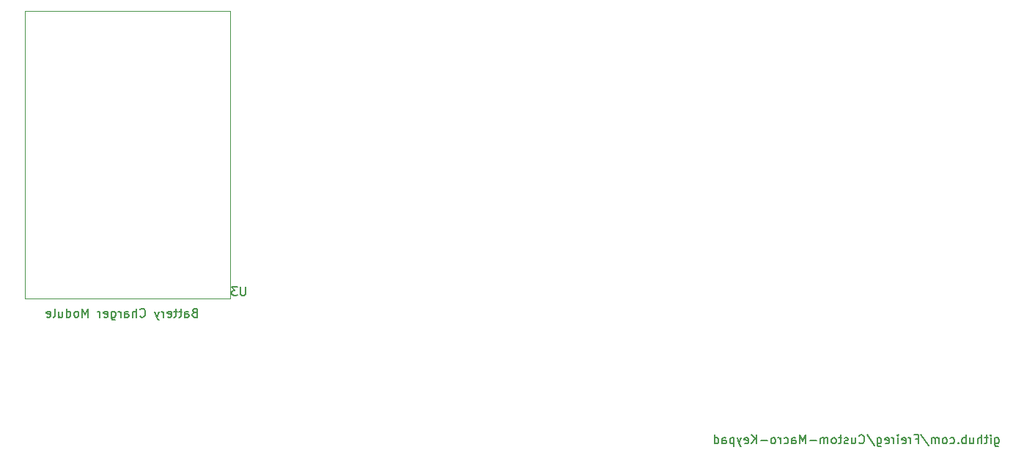
<source format=gbr>
%TF.GenerationSoftware,KiCad,Pcbnew,6.0.2+dfsg-1*%
%TF.CreationDate,2022-08-02T12:17:45-03:00*%
%TF.ProjectId,Nano-keyboard,4e616e6f-2d6b-4657-9962-6f6172642e6b,rev?*%
%TF.SameCoordinates,Original*%
%TF.FileFunction,Legend,Bot*%
%TF.FilePolarity,Positive*%
%FSLAX46Y46*%
G04 Gerber Fmt 4.6, Leading zero omitted, Abs format (unit mm)*
G04 Created by KiCad (PCBNEW 6.0.2+dfsg-1) date 2022-08-02 12:17:45*
%MOMM*%
%LPD*%
G01*
G04 APERTURE LIST*
%ADD10C,0.150000*%
%ADD11C,0.120000*%
G04 APERTURE END LIST*
D10*
X179044190Y-138977714D02*
X179044190Y-139787238D01*
X179091809Y-139882476D01*
X179139428Y-139930095D01*
X179234666Y-139977714D01*
X179377523Y-139977714D01*
X179472761Y-139930095D01*
X179044190Y-139596761D02*
X179139428Y-139644380D01*
X179329904Y-139644380D01*
X179425142Y-139596761D01*
X179472761Y-139549142D01*
X179520380Y-139453904D01*
X179520380Y-139168190D01*
X179472761Y-139072952D01*
X179425142Y-139025333D01*
X179329904Y-138977714D01*
X179139428Y-138977714D01*
X179044190Y-139025333D01*
X178568000Y-139644380D02*
X178568000Y-138977714D01*
X178568000Y-138644380D02*
X178615619Y-138692000D01*
X178568000Y-138739619D01*
X178520380Y-138692000D01*
X178568000Y-138644380D01*
X178568000Y-138739619D01*
X178234666Y-138977714D02*
X177853714Y-138977714D01*
X178091809Y-138644380D02*
X178091809Y-139501523D01*
X178044190Y-139596761D01*
X177948952Y-139644380D01*
X177853714Y-139644380D01*
X177520380Y-139644380D02*
X177520380Y-138644380D01*
X177091809Y-139644380D02*
X177091809Y-139120571D01*
X177139428Y-139025333D01*
X177234666Y-138977714D01*
X177377523Y-138977714D01*
X177472761Y-139025333D01*
X177520380Y-139072952D01*
X176187047Y-138977714D02*
X176187047Y-139644380D01*
X176615619Y-138977714D02*
X176615619Y-139501523D01*
X176568000Y-139596761D01*
X176472761Y-139644380D01*
X176329904Y-139644380D01*
X176234666Y-139596761D01*
X176187047Y-139549142D01*
X175710857Y-139644380D02*
X175710857Y-138644380D01*
X175710857Y-139025333D02*
X175615619Y-138977714D01*
X175425142Y-138977714D01*
X175329904Y-139025333D01*
X175282285Y-139072952D01*
X175234666Y-139168190D01*
X175234666Y-139453904D01*
X175282285Y-139549142D01*
X175329904Y-139596761D01*
X175425142Y-139644380D01*
X175615619Y-139644380D01*
X175710857Y-139596761D01*
X174806095Y-139549142D02*
X174758476Y-139596761D01*
X174806095Y-139644380D01*
X174853714Y-139596761D01*
X174806095Y-139549142D01*
X174806095Y-139644380D01*
X173901333Y-139596761D02*
X173996571Y-139644380D01*
X174187047Y-139644380D01*
X174282285Y-139596761D01*
X174329904Y-139549142D01*
X174377523Y-139453904D01*
X174377523Y-139168190D01*
X174329904Y-139072952D01*
X174282285Y-139025333D01*
X174187047Y-138977714D01*
X173996571Y-138977714D01*
X173901333Y-139025333D01*
X173329904Y-139644380D02*
X173425142Y-139596761D01*
X173472761Y-139549142D01*
X173520380Y-139453904D01*
X173520380Y-139168190D01*
X173472761Y-139072952D01*
X173425142Y-139025333D01*
X173329904Y-138977714D01*
X173187047Y-138977714D01*
X173091809Y-139025333D01*
X173044190Y-139072952D01*
X172996571Y-139168190D01*
X172996571Y-139453904D01*
X173044190Y-139549142D01*
X173091809Y-139596761D01*
X173187047Y-139644380D01*
X173329904Y-139644380D01*
X172568000Y-139644380D02*
X172568000Y-138977714D01*
X172568000Y-139072952D02*
X172520380Y-139025333D01*
X172425142Y-138977714D01*
X172282285Y-138977714D01*
X172187047Y-139025333D01*
X172139428Y-139120571D01*
X172139428Y-139644380D01*
X172139428Y-139120571D02*
X172091809Y-139025333D01*
X171996571Y-138977714D01*
X171853714Y-138977714D01*
X171758476Y-139025333D01*
X171710857Y-139120571D01*
X171710857Y-139644380D01*
X170520380Y-138596761D02*
X171377523Y-139882476D01*
X169853714Y-139120571D02*
X170187047Y-139120571D01*
X170187047Y-139644380D02*
X170187047Y-138644380D01*
X169710857Y-138644380D01*
X169329904Y-139644380D02*
X169329904Y-138977714D01*
X169329904Y-139168190D02*
X169282285Y-139072952D01*
X169234666Y-139025333D01*
X169139428Y-138977714D01*
X169044190Y-138977714D01*
X168329904Y-139596761D02*
X168425142Y-139644380D01*
X168615619Y-139644380D01*
X168710857Y-139596761D01*
X168758476Y-139501523D01*
X168758476Y-139120571D01*
X168710857Y-139025333D01*
X168615619Y-138977714D01*
X168425142Y-138977714D01*
X168329904Y-139025333D01*
X168282285Y-139120571D01*
X168282285Y-139215809D01*
X168758476Y-139311047D01*
X167853714Y-139644380D02*
X167853714Y-138977714D01*
X167853714Y-138644380D02*
X167901333Y-138692000D01*
X167853714Y-138739619D01*
X167806095Y-138692000D01*
X167853714Y-138644380D01*
X167853714Y-138739619D01*
X167377523Y-139644380D02*
X167377523Y-138977714D01*
X167377523Y-139168190D02*
X167329904Y-139072952D01*
X167282285Y-139025333D01*
X167187047Y-138977714D01*
X167091809Y-138977714D01*
X166377523Y-139596761D02*
X166472761Y-139644380D01*
X166663238Y-139644380D01*
X166758476Y-139596761D01*
X166806095Y-139501523D01*
X166806095Y-139120571D01*
X166758476Y-139025333D01*
X166663238Y-138977714D01*
X166472761Y-138977714D01*
X166377523Y-139025333D01*
X166329904Y-139120571D01*
X166329904Y-139215809D01*
X166806095Y-139311047D01*
X165472761Y-138977714D02*
X165472761Y-139787238D01*
X165520380Y-139882476D01*
X165568000Y-139930095D01*
X165663238Y-139977714D01*
X165806095Y-139977714D01*
X165901333Y-139930095D01*
X165472761Y-139596761D02*
X165568000Y-139644380D01*
X165758476Y-139644380D01*
X165853714Y-139596761D01*
X165901333Y-139549142D01*
X165948952Y-139453904D01*
X165948952Y-139168190D01*
X165901333Y-139072952D01*
X165853714Y-139025333D01*
X165758476Y-138977714D01*
X165568000Y-138977714D01*
X165472761Y-139025333D01*
X164282285Y-138596761D02*
X165139428Y-139882476D01*
X163377523Y-139549142D02*
X163425142Y-139596761D01*
X163568000Y-139644380D01*
X163663238Y-139644380D01*
X163806095Y-139596761D01*
X163901333Y-139501523D01*
X163948952Y-139406285D01*
X163996571Y-139215809D01*
X163996571Y-139072952D01*
X163948952Y-138882476D01*
X163901333Y-138787238D01*
X163806095Y-138692000D01*
X163663238Y-138644380D01*
X163568000Y-138644380D01*
X163425142Y-138692000D01*
X163377523Y-138739619D01*
X162520380Y-138977714D02*
X162520380Y-139644380D01*
X162948952Y-138977714D02*
X162948952Y-139501523D01*
X162901333Y-139596761D01*
X162806095Y-139644380D01*
X162663238Y-139644380D01*
X162568000Y-139596761D01*
X162520380Y-139549142D01*
X162091809Y-139596761D02*
X161996571Y-139644380D01*
X161806095Y-139644380D01*
X161710857Y-139596761D01*
X161663238Y-139501523D01*
X161663238Y-139453904D01*
X161710857Y-139358666D01*
X161806095Y-139311047D01*
X161948952Y-139311047D01*
X162044190Y-139263428D01*
X162091809Y-139168190D01*
X162091809Y-139120571D01*
X162044190Y-139025333D01*
X161948952Y-138977714D01*
X161806095Y-138977714D01*
X161710857Y-139025333D01*
X161377523Y-138977714D02*
X160996571Y-138977714D01*
X161234666Y-138644380D02*
X161234666Y-139501523D01*
X161187047Y-139596761D01*
X161091809Y-139644380D01*
X160996571Y-139644380D01*
X160520380Y-139644380D02*
X160615619Y-139596761D01*
X160663238Y-139549142D01*
X160710857Y-139453904D01*
X160710857Y-139168190D01*
X160663238Y-139072952D01*
X160615619Y-139025333D01*
X160520380Y-138977714D01*
X160377523Y-138977714D01*
X160282285Y-139025333D01*
X160234666Y-139072952D01*
X160187047Y-139168190D01*
X160187047Y-139453904D01*
X160234666Y-139549142D01*
X160282285Y-139596761D01*
X160377523Y-139644380D01*
X160520380Y-139644380D01*
X159758476Y-139644380D02*
X159758476Y-138977714D01*
X159758476Y-139072952D02*
X159710857Y-139025333D01*
X159615619Y-138977714D01*
X159472761Y-138977714D01*
X159377523Y-139025333D01*
X159329904Y-139120571D01*
X159329904Y-139644380D01*
X159329904Y-139120571D02*
X159282285Y-139025333D01*
X159187047Y-138977714D01*
X159044190Y-138977714D01*
X158948952Y-139025333D01*
X158901333Y-139120571D01*
X158901333Y-139644380D01*
X158425142Y-139263428D02*
X157663238Y-139263428D01*
X157187047Y-139644380D02*
X157187047Y-138644380D01*
X156853714Y-139358666D01*
X156520380Y-138644380D01*
X156520380Y-139644380D01*
X155615619Y-139644380D02*
X155615619Y-139120571D01*
X155663238Y-139025333D01*
X155758476Y-138977714D01*
X155948952Y-138977714D01*
X156044190Y-139025333D01*
X155615619Y-139596761D02*
X155710857Y-139644380D01*
X155948952Y-139644380D01*
X156044190Y-139596761D01*
X156091809Y-139501523D01*
X156091809Y-139406285D01*
X156044190Y-139311047D01*
X155948952Y-139263428D01*
X155710857Y-139263428D01*
X155615619Y-139215809D01*
X154710857Y-139596761D02*
X154806095Y-139644380D01*
X154996571Y-139644380D01*
X155091809Y-139596761D01*
X155139428Y-139549142D01*
X155187047Y-139453904D01*
X155187047Y-139168190D01*
X155139428Y-139072952D01*
X155091809Y-139025333D01*
X154996571Y-138977714D01*
X154806095Y-138977714D01*
X154710857Y-139025333D01*
X154282285Y-139644380D02*
X154282285Y-138977714D01*
X154282285Y-139168190D02*
X154234666Y-139072952D01*
X154187047Y-139025333D01*
X154091809Y-138977714D01*
X153996571Y-138977714D01*
X153520380Y-139644380D02*
X153615619Y-139596761D01*
X153663238Y-139549142D01*
X153710857Y-139453904D01*
X153710857Y-139168190D01*
X153663238Y-139072952D01*
X153615619Y-139025333D01*
X153520380Y-138977714D01*
X153377523Y-138977714D01*
X153282285Y-139025333D01*
X153234666Y-139072952D01*
X153187047Y-139168190D01*
X153187047Y-139453904D01*
X153234666Y-139549142D01*
X153282285Y-139596761D01*
X153377523Y-139644380D01*
X153520380Y-139644380D01*
X152758476Y-139263428D02*
X151996571Y-139263428D01*
X151520380Y-139644380D02*
X151520380Y-138644380D01*
X150948952Y-139644380D02*
X151377523Y-139072952D01*
X150948952Y-138644380D02*
X151520380Y-139215809D01*
X150139428Y-139596761D02*
X150234666Y-139644380D01*
X150425142Y-139644380D01*
X150520380Y-139596761D01*
X150568000Y-139501523D01*
X150568000Y-139120571D01*
X150520380Y-139025333D01*
X150425142Y-138977714D01*
X150234666Y-138977714D01*
X150139428Y-139025333D01*
X150091809Y-139120571D01*
X150091809Y-139215809D01*
X150568000Y-139311047D01*
X149758476Y-138977714D02*
X149520380Y-139644380D01*
X149282285Y-138977714D02*
X149520380Y-139644380D01*
X149615619Y-139882476D01*
X149663238Y-139930095D01*
X149758476Y-139977714D01*
X148901333Y-138977714D02*
X148901333Y-139977714D01*
X148901333Y-139025333D02*
X148806095Y-138977714D01*
X148615619Y-138977714D01*
X148520380Y-139025333D01*
X148472761Y-139072952D01*
X148425142Y-139168190D01*
X148425142Y-139453904D01*
X148472761Y-139549142D01*
X148520380Y-139596761D01*
X148615619Y-139644380D01*
X148806095Y-139644380D01*
X148901333Y-139596761D01*
X147568000Y-139644380D02*
X147568000Y-139120571D01*
X147615619Y-139025333D01*
X147710857Y-138977714D01*
X147901333Y-138977714D01*
X147996571Y-139025333D01*
X147568000Y-139596761D02*
X147663238Y-139644380D01*
X147901333Y-139644380D01*
X147996571Y-139596761D01*
X148044190Y-139501523D01*
X148044190Y-139406285D01*
X147996571Y-139311047D01*
X147901333Y-139263428D01*
X147663238Y-139263428D01*
X147568000Y-139215809D01*
X146663238Y-139644380D02*
X146663238Y-138644380D01*
X146663238Y-139596761D02*
X146758476Y-139644380D01*
X146948952Y-139644380D01*
X147044190Y-139596761D01*
X147091809Y-139549142D01*
X147139428Y-139453904D01*
X147139428Y-139168190D01*
X147091809Y-139072952D01*
X147044190Y-139025333D01*
X146948952Y-138977714D01*
X146758476Y-138977714D01*
X146663238Y-139025333D01*
X86593142Y-124496571D02*
X86450285Y-124544190D01*
X86402666Y-124591809D01*
X86355047Y-124687047D01*
X86355047Y-124829904D01*
X86402666Y-124925142D01*
X86450285Y-124972761D01*
X86545523Y-125020380D01*
X86926476Y-125020380D01*
X86926476Y-124020380D01*
X86593142Y-124020380D01*
X86497904Y-124068000D01*
X86450285Y-124115619D01*
X86402666Y-124210857D01*
X86402666Y-124306095D01*
X86450285Y-124401333D01*
X86497904Y-124448952D01*
X86593142Y-124496571D01*
X86926476Y-124496571D01*
X85497904Y-125020380D02*
X85497904Y-124496571D01*
X85545523Y-124401333D01*
X85640761Y-124353714D01*
X85831238Y-124353714D01*
X85926476Y-124401333D01*
X85497904Y-124972761D02*
X85593142Y-125020380D01*
X85831238Y-125020380D01*
X85926476Y-124972761D01*
X85974095Y-124877523D01*
X85974095Y-124782285D01*
X85926476Y-124687047D01*
X85831238Y-124639428D01*
X85593142Y-124639428D01*
X85497904Y-124591809D01*
X85164571Y-124353714D02*
X84783619Y-124353714D01*
X85021714Y-124020380D02*
X85021714Y-124877523D01*
X84974095Y-124972761D01*
X84878857Y-125020380D01*
X84783619Y-125020380D01*
X84593142Y-124353714D02*
X84212190Y-124353714D01*
X84450285Y-124020380D02*
X84450285Y-124877523D01*
X84402666Y-124972761D01*
X84307428Y-125020380D01*
X84212190Y-125020380D01*
X83497904Y-124972761D02*
X83593142Y-125020380D01*
X83783619Y-125020380D01*
X83878857Y-124972761D01*
X83926476Y-124877523D01*
X83926476Y-124496571D01*
X83878857Y-124401333D01*
X83783619Y-124353714D01*
X83593142Y-124353714D01*
X83497904Y-124401333D01*
X83450285Y-124496571D01*
X83450285Y-124591809D01*
X83926476Y-124687047D01*
X83021714Y-125020380D02*
X83021714Y-124353714D01*
X83021714Y-124544190D02*
X82974095Y-124448952D01*
X82926476Y-124401333D01*
X82831238Y-124353714D01*
X82736000Y-124353714D01*
X82497904Y-124353714D02*
X82259809Y-125020380D01*
X82021714Y-124353714D02*
X82259809Y-125020380D01*
X82355047Y-125258476D01*
X82402666Y-125306095D01*
X82497904Y-125353714D01*
X80307428Y-124925142D02*
X80355047Y-124972761D01*
X80497904Y-125020380D01*
X80593142Y-125020380D01*
X80736000Y-124972761D01*
X80831238Y-124877523D01*
X80878857Y-124782285D01*
X80926476Y-124591809D01*
X80926476Y-124448952D01*
X80878857Y-124258476D01*
X80831238Y-124163238D01*
X80736000Y-124068000D01*
X80593142Y-124020380D01*
X80497904Y-124020380D01*
X80355047Y-124068000D01*
X80307428Y-124115619D01*
X79878857Y-125020380D02*
X79878857Y-124020380D01*
X79450285Y-125020380D02*
X79450285Y-124496571D01*
X79497904Y-124401333D01*
X79593142Y-124353714D01*
X79736000Y-124353714D01*
X79831238Y-124401333D01*
X79878857Y-124448952D01*
X78545523Y-125020380D02*
X78545523Y-124496571D01*
X78593142Y-124401333D01*
X78688380Y-124353714D01*
X78878857Y-124353714D01*
X78974095Y-124401333D01*
X78545523Y-124972761D02*
X78640761Y-125020380D01*
X78878857Y-125020380D01*
X78974095Y-124972761D01*
X79021714Y-124877523D01*
X79021714Y-124782285D01*
X78974095Y-124687047D01*
X78878857Y-124639428D01*
X78640761Y-124639428D01*
X78545523Y-124591809D01*
X78069333Y-125020380D02*
X78069333Y-124353714D01*
X78069333Y-124544190D02*
X78021714Y-124448952D01*
X77974095Y-124401333D01*
X77878857Y-124353714D01*
X77783619Y-124353714D01*
X77021714Y-124353714D02*
X77021714Y-125163238D01*
X77069333Y-125258476D01*
X77116952Y-125306095D01*
X77212190Y-125353714D01*
X77355047Y-125353714D01*
X77450285Y-125306095D01*
X77021714Y-124972761D02*
X77116952Y-125020380D01*
X77307428Y-125020380D01*
X77402666Y-124972761D01*
X77450285Y-124925142D01*
X77497904Y-124829904D01*
X77497904Y-124544190D01*
X77450285Y-124448952D01*
X77402666Y-124401333D01*
X77307428Y-124353714D01*
X77116952Y-124353714D01*
X77021714Y-124401333D01*
X76164571Y-124972761D02*
X76259809Y-125020380D01*
X76450285Y-125020380D01*
X76545523Y-124972761D01*
X76593142Y-124877523D01*
X76593142Y-124496571D01*
X76545523Y-124401333D01*
X76450285Y-124353714D01*
X76259809Y-124353714D01*
X76164571Y-124401333D01*
X76116952Y-124496571D01*
X76116952Y-124591809D01*
X76593142Y-124687047D01*
X75688380Y-125020380D02*
X75688380Y-124353714D01*
X75688380Y-124544190D02*
X75640761Y-124448952D01*
X75593142Y-124401333D01*
X75497904Y-124353714D01*
X75402666Y-124353714D01*
X74307428Y-125020380D02*
X74307428Y-124020380D01*
X73974095Y-124734666D01*
X73640761Y-124020380D01*
X73640761Y-125020380D01*
X73021714Y-125020380D02*
X73116952Y-124972761D01*
X73164571Y-124925142D01*
X73212190Y-124829904D01*
X73212190Y-124544190D01*
X73164571Y-124448952D01*
X73116952Y-124401333D01*
X73021714Y-124353714D01*
X72878857Y-124353714D01*
X72783619Y-124401333D01*
X72736000Y-124448952D01*
X72688380Y-124544190D01*
X72688380Y-124829904D01*
X72736000Y-124925142D01*
X72783619Y-124972761D01*
X72878857Y-125020380D01*
X73021714Y-125020380D01*
X71831238Y-125020380D02*
X71831238Y-124020380D01*
X71831238Y-124972761D02*
X71926476Y-125020380D01*
X72116952Y-125020380D01*
X72212190Y-124972761D01*
X72259809Y-124925142D01*
X72307428Y-124829904D01*
X72307428Y-124544190D01*
X72259809Y-124448952D01*
X72212190Y-124401333D01*
X72116952Y-124353714D01*
X71926476Y-124353714D01*
X71831238Y-124401333D01*
X70926476Y-124353714D02*
X70926476Y-125020380D01*
X71355047Y-124353714D02*
X71355047Y-124877523D01*
X71307428Y-124972761D01*
X71212190Y-125020380D01*
X71069333Y-125020380D01*
X70974095Y-124972761D01*
X70926476Y-124925142D01*
X70307428Y-125020380D02*
X70402666Y-124972761D01*
X70450285Y-124877523D01*
X70450285Y-124020380D01*
X69545523Y-124972761D02*
X69640761Y-125020380D01*
X69831238Y-125020380D01*
X69926476Y-124972761D01*
X69974095Y-124877523D01*
X69974095Y-124496571D01*
X69926476Y-124401333D01*
X69831238Y-124353714D01*
X69640761Y-124353714D01*
X69545523Y-124401333D01*
X69497904Y-124496571D01*
X69497904Y-124591809D01*
X69974095Y-124687047D01*
%TO.C,U3*%
X92497904Y-121520380D02*
X92497904Y-122329904D01*
X92450285Y-122425142D01*
X92402666Y-122472761D01*
X92307428Y-122520380D01*
X92116952Y-122520380D01*
X92021714Y-122472761D01*
X91974095Y-122425142D01*
X91926476Y-122329904D01*
X91926476Y-121520380D01*
X91545523Y-121520380D02*
X90926476Y-121520380D01*
X91259809Y-121901333D01*
X91116952Y-121901333D01*
X91021714Y-121948952D01*
X90974095Y-121996571D01*
X90926476Y-122091809D01*
X90926476Y-122329904D01*
X90974095Y-122425142D01*
X91021714Y-122472761D01*
X91116952Y-122520380D01*
X91402666Y-122520380D01*
X91497904Y-122472761D01*
X91545523Y-122425142D01*
D11*
X90766000Y-122848000D02*
X67016000Y-122848000D01*
X67016000Y-122848000D02*
X67016000Y-89598000D01*
X67016000Y-89598000D02*
X90766000Y-89598000D01*
X90766000Y-89598000D02*
X90766000Y-122848000D01*
%TD*%
M02*

</source>
